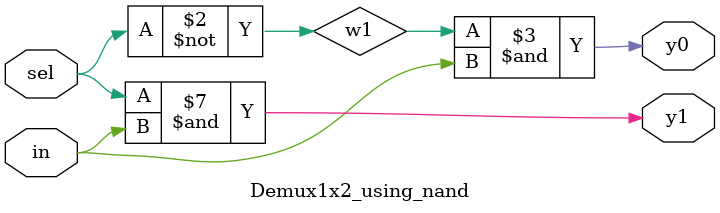
<source format=v>
`timescale 1ns / 1ps


module Demux1x2_using_nand(output y0,y1,input sel,in);
wire w1,w2,w3;
nand n1(w1,sel,sel);
nand n2(w2,w1,in);
nand n3(y0,w2,w2);
nand n4(w3,sel,in);
nand n5(y1,w3,w3);
endmodule

</source>
